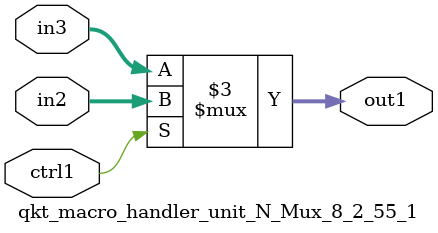
<source format=v>

`timescale 1ps / 1ps


module qkt_macro_handler_unit_N_Mux_8_2_55_1( in3, in2, ctrl1, out1 );

    input [7:0] in3;
    input [7:0] in2;
    input ctrl1;
    output [7:0] out1;
    reg [7:0] out1;

    
    // rtl_process:qkt_macro_handler_unit_N_Mux_8_2_55_1/qkt_macro_handler_unit_N_Mux_8_2_55_1_thread_1
    always @*
      begin : qkt_macro_handler_unit_N_Mux_8_2_55_1_thread_1
        case (ctrl1) 
          1'b1: 
            begin
              out1 = in2;
            end
          default: 
            begin
              out1 = in3;
            end
        endcase
      end

endmodule



</source>
